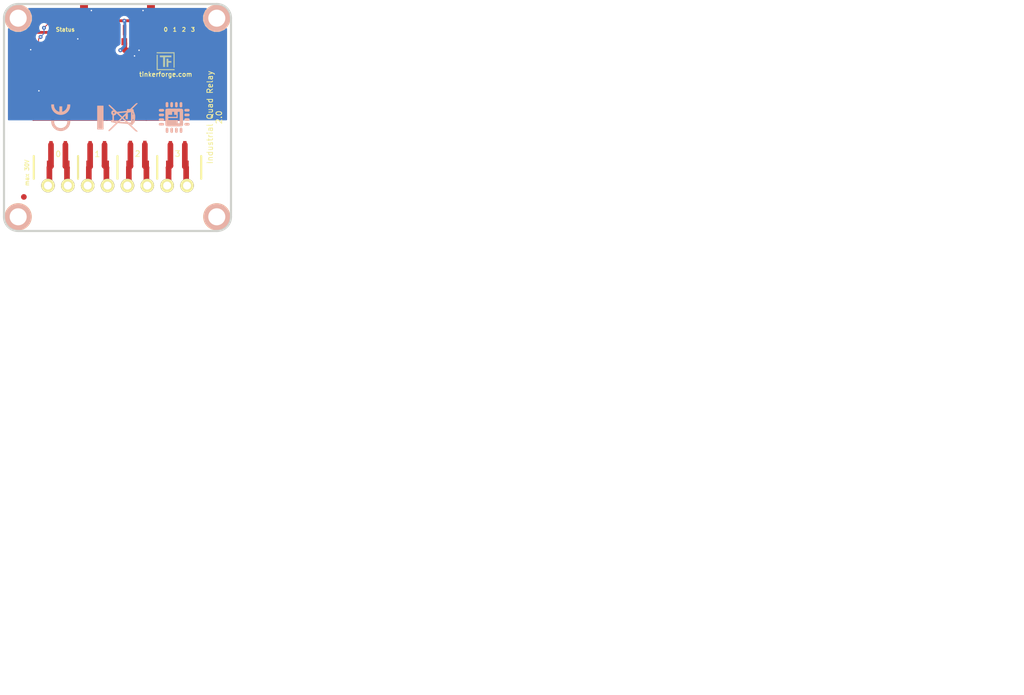
<source format=kicad_pcb>
(kicad_pcb (version 4) (host pcbnew 4.0.7-e2-6376~58~ubuntu17.04.1)
  (title_block (title "Industrial Quad Relay Bricklet") (date 2018-01-12) (rev 2.0) (company "Tinkerforge GmbH") (comment 1 "Licensed under CERN OHL v.1.1") (comment 2 "Copyright (©) 2018, B.Nordmeyer <bastian@tinkerforge.com>"))
  (layers (0 Front signal) (31 Back signal hide) (34 B.Paste user) (35 F.Paste user) (36 B.SilkS user) (37 F.SilkS user) (38 B.Mask user) (39 F.Mask user) (44 Edge.Cuts user))
  (net 0 "")
  (net 1 3V3)
  (net 2 GND)
  (net 3 OUTPUT1)
  (net 4 OUTPUT2)
  (net 5 OUTPUT3)
  (net 6 "Net-(P1-Pad4)")
  (net 7 "Net-(P1-Pad5)")
  (net 8 "Net-(P1-Pad6)")
  (net 9 "Net-(P2-Pad2)")
  (net 10 "Net-(P2-Pad3)")
  (net 11 "Net-(P2-Pad4)")
  (net 12 "Net-(P2-Pad1)")
  (net 13 "Net-(P2-Pad5)")
  (net 14 "Net-(P2-Pad6)")
  (net 15 "Net-(P2-Pad7)")
  (net 16 "Net-(P2-Pad8)")
  (net 17 "Net-(RP1-Pad5)")
  (net 18 "Net-(RP1-Pad6)")
  (net 19 "Net-(RP1-Pad7)")
  (net 20 "Net-(RP1-Pad8)")
  (net 21 "Net-(C2-Pad1)")
  (net 22 "Net-(D1-Pad2)")
  (net 23 "Net-(P3-Pad1)")
  (net 24 "Net-(P4-Pad2)")
  (net 25 "Net-(R5-Pad1)")
  (net 26 S-MISO)
  (net 27 S-MOSI)
  (net 28 S-CLK)
  (net 29 S-CS)
  (net 30 LED0)
  (net 31 LED1)
  (net 32 LED2)
  (net 33 LED3)
  (net 34 OUTPUT0)
  (net 35 "Net-(D2-Pad2)")
  (net 36 "Net-(D3-Pad2)")
  (net 37 "Net-(D4-Pad2)")
  (net 38 "Net-(D5-Pad2)")
  (module CON-SENSOR2 (layer Front) (at 117.80012 38.0492 180)
    (fp_text reference P1)
    (fp_text value CON-SENSOR)
    (pad 1 smd rect (at -3.75 -4.6 180) (size 0.6 1.8) (layers Front F.Paste F.Mask))
    (pad 2 smd rect (at -2.5 -4.6 180) (size 0.6 1.8) (layers Front F.Paste F.Mask) (net 2 GND))
    (pad EP smd rect (at -5.9 -1.2 180) (size 1.4 2.4) (layers Front F.Paste F.Mask) (net 2 GND))
    (pad EP smd rect (at 5.9 -1.2 180) (size 1.4 2.4) (layers Front F.Paste F.Mask) (net 2 GND))
    (pad 3 smd rect (at -1.25 -4.6 180) (size 0.6 1.8) (layers Front F.Paste F.Mask) (net 1 3V3))
    (pad 4 smd rect (at 0 -4.6 180) (size 0.6 1.8) (layers Front F.Paste F.Mask) (net 6 "Net-(P1-Pad4)"))
    (pad 5 smd rect (at 1.25 -4.6 180) (size 0.6 1.8) (layers Front F.Paste F.Mask) (net 7 "Net-(P1-Pad5)"))
    (pad 6 smd rect (at 2.5 -4.6 180) (size 0.6 1.8) (layers Front F.Paste F.Mask) (net 8 "Net-(P1-Pad6)"))
    (pad 7 smd rect (at 3.75 -4.6 180) (size 0.6 1.8) (layers Front F.Paste F.Mask) (net 21 "Net-(C2-Pad1)"))
  )
  (module kicad-libraries:CE_5mm (layer Back) (at 107.8 58.05 90)
    (fp_text reference VAL hide)
    (fp_text value CE_5mm hide)
  )
  (module kicad-libraries:WEEE_7mm (layer Back) (at 117.8 58.05 90)
    (fp_text reference VAL hide)
    (fp_text value WEEE_7mm hide)
  )
  (module kicad-libraries:Logo_31x31 (layer Front) (at 124.7 46.55)
    (fp_text reference G*** hide)
    (fp_text value Logo_31x31 hide)
  )
  (module kicad-libraries:Fiducial_Mark (layer Front) (at 135.8011 44.54906)
    (fp_text reference Fiducial_Mark hide)
    (fp_text value VAL** hide)
    (pad 1 smd circle (at 0 0) (size 1.00076 1.00076) (layers Front F.Paste F.Mask) (clearance 0.65024))
  )
  (module kicad-libraries:Fiducial_Mark (layer Front) (at 101.30028 72.04964)
    (fp_text reference Fiducial_Mark hide)
    (fp_text value VAL** hide)
    (pad 1 smd circle (at 0 0) (size 1.00076 1.00076) (layers Front F.Paste F.Mask) (clearance 0.65024))
  )
  (module C0603F (layer Front) (at 120 46.2)
    (fp_text reference C1)
    (fp_text value 100nF)
    (pad 1 smd rect (at -0.75 0) (size 0.9 0.9) (layers Front F.Paste F.Mask) (net 1 3V3))
    (pad 2 smd rect (at 0.75 0) (size 0.9 0.9) (layers Front F.Paste F.Mask) (net 2 GND))
  )
  (module C0402E (layer Front) (at 112.1 44.2 180)
    (fp_text reference C2)
    (fp_text value 220pF)
    (pad 1 smd rect (at -0.65 0 180) (size 0.7 0.9) (layers Front F.Paste F.Mask) (net 21 "Net-(C2-Pad1)"))
    (pad 2 smd rect (at 0.65 0 180) (size 0.7 0.9) (layers Front F.Paste F.Mask) (net 2 GND))
  )
  (module C0805 (layer Front) (at 120 44.7)
    (fp_text reference C3)
    (fp_text value 10uF)
    (pad 1 smd rect (at -1.00076 0) (size 1.00076 1.24968) (layers Front F.Paste F.Mask) (net 1 3V3) (clearance 0.14986))
    (pad 2 smd rect (at 1.00076 0) (size 1.00076 1.24968) (layers Front F.Paste F.Mask) (net 2 GND) (clearance 0.14986))
  )
  (module C0603F (layer Front) (at 103.3 46.9 90)
    (fp_text reference C4)
    (fp_text value 100nF)
    (pad 1 smd rect (at -0.75 0 90) (size 0.9 0.9) (layers Front F.Paste F.Mask) (net 1 3V3))
    (pad 2 smd rect (at 0.75 0 90) (size 0.9 0.9) (layers Front F.Paste F.Mask) (net 2 GND))
  )
  (module D0603F (layer Front) (at 109.3 40.55 90)
    (fp_text reference D1)
    (fp_text value blue)
    (pad 1 smd rect (at -0.75 0 90) (size 0.9 0.9) (layers Front F.Paste F.Mask) (net 1 3V3))
    (pad 2 smd rect (at 0.75 0 90) (size 0.9 0.9) (layers Front F.Paste F.Mask) (net 22 "Net-(D1-Pad2)"))
  )
  (module OQ_8P (layer Front) (at 117.80012 70.05066)
    (fp_text reference P2)
    (fp_text value "Digital Output")
    (pad 2 thru_hole circle (at -8.7503 0) (size 2.4003 2.4003) (drill 1.39954) (layers *.Cu *.Mask F.SilkS) (net 9 "Net-(P2-Pad2)"))
    (pad 3 thru_hole circle (at -5.25018 0) (size 2.4003 2.4003) (drill 1.39954) (layers *.Cu *.Mask F.SilkS) (net 10 "Net-(P2-Pad3)"))
    (pad 4 thru_hole circle (at -1.75006 0) (size 2.4003 2.4003) (drill 1.39954) (layers *.Cu *.Mask F.SilkS) (net 11 "Net-(P2-Pad4)"))
    (pad 1 thru_hole circle (at -12.25042 0) (size 2.4003 2.4003) (drill 1.39954) (layers *.Cu *.Mask F.SilkS) (net 12 "Net-(P2-Pad1)"))
    (pad 5 thru_hole circle (at 1.75006 0) (size 2.4003 2.4003) (drill 1.39954) (layers *.Cu *.Mask F.SilkS) (net 13 "Net-(P2-Pad5)"))
    (pad 6 thru_hole circle (at 5.25018 0) (size 2.4003 2.4003) (drill 1.39954) (layers *.Cu *.Mask F.SilkS) (net 14 "Net-(P2-Pad6)"))
    (pad 7 thru_hole circle (at 8.7503 0) (size 2.4003 2.4003) (drill 1.39954) (layers *.Cu *.Mask F.SilkS) (net 15 "Net-(P2-Pad7)"))
    (pad 8 thru_hole circle (at 12.25042 0) (size 2.4003 2.4003) (drill 1.39954) (layers *.Cu *.Mask F.SilkS) (net 16 "Net-(P2-Pad8)"))
  )
  (module kicad-libraries:DEBUG_PAD (layer Front) (at 104.35 50.2)
    (fp_text reference P3)
    (fp_text value Debug)
    (pad 1 smd circle (at 0 0) (size 0.7 0.7) (layers Front F.Paste F.Mask) (net 23 "Net-(P3-Pad1)"))
  )
  (module kicad-libraries:SolderJumper (layer Front) (at 103.95 52.1 90)
    (fp_text reference P4)
    (fp_text value Boot)
    (pad 2 smd rect (at 0.55 0 90) (size 0.3 1.4) (layers Front F.Mask) (net 24 "Net-(P4-Pad2)"))
    (pad 2 smd rect (at 0.15 0 90) (size 0.6 0.5) (layers Front F.Mask) (net 24 "Net-(P4-Pad2)"))
    (pad 1 smd rect (at -0.5 0 90) (size 0.4 1.4) (layers Front F.Mask) (net 2 GND))
    (pad 1 smd rect (at -0.225 0.55 90) (size 0.95 0.3) (layers Front F.Mask) (net 2 GND))
    (pad 1 smd rect (at -0.225 -0.55 90) (size 0.95 0.3) (layers Front F.Mask) (net 2 GND))
  )
  (module R1210 (layer Front) (at 107.35056 66.89852)
    (fp_text reference R1)
    (fp_text value VJ13PC0300KBA)
    (pad 1 smd rect (at -1.5494 0) (size 0.89916 2.49936) (layers Front F.Paste F.Mask) (net 12 "Net-(P2-Pad1)") (clearance 0.14986))
    (pad 2 smd rect (at 1.5494 0) (size 0.89916 2.49936) (layers Front F.Paste F.Mask) (net 9 "Net-(P2-Pad2)") (clearance 0.14986))
  )
  (module R1210 (layer Front) (at 114.3 66.89852)
    (fp_text reference R2)
    (fp_text value VJ13PC0300KBA)
    (pad 1 smd rect (at -1.5494 0) (size 0.89916 2.49936) (layers Front F.Paste F.Mask) (net 10 "Net-(P2-Pad3)") (clearance 0.14986))
    (pad 2 smd rect (at 1.5494 0) (size 0.89916 2.49936) (layers Front F.Paste F.Mask) (net 11 "Net-(P2-Pad4)") (clearance 0.14986))
  )
  (module R1210 (layer Front) (at 121.35104 66.89852)
    (fp_text reference R3)
    (fp_text value VJ13PC0300KBA)
    (pad 1 smd rect (at -1.5494 0) (size 0.89916 2.49936) (layers Front F.Paste F.Mask) (net 13 "Net-(P2-Pad5)") (clearance 0.14986))
    (pad 2 smd rect (at 1.5494 0) (size 0.89916 2.49936) (layers Front F.Paste F.Mask) (net 14 "Net-(P2-Pad6)") (clearance 0.14986))
  )
  (module R1210 (layer Front) (at 128.35128 66.89852)
    (fp_text reference R4)
    (fp_text value VJ13PC0300KBA)
    (pad 1 smd rect (at -1.5494 0) (size 0.89916 2.49936) (layers Front F.Paste F.Mask) (net 15 "Net-(P2-Pad7)") (clearance 0.14986))
    (pad 2 smd rect (at 1.5494 0) (size 0.89916 2.49936) (layers Front F.Paste F.Mask) (net 16 "Net-(P2-Pad8)") (clearance 0.14986))
  )
  (module R0603F (layer Front) (at 107.9 40.55 90)
    (fp_text reference R5)
    (fp_text value 1k)
    (pad 1 smd rect (at -0.75 0 90) (size 0.9 0.9) (layers Front F.Paste F.Mask) (net 25 "Net-(R5-Pad1)"))
    (pad 2 smd rect (at 0.75 0 90) (size 0.9 0.9) (layers Front F.Paste F.Mask) (net 22 "Net-(D1-Pad2)"))
  )
  (module 0603X4 (layer Front) (at 111.3 53.05)
    (fp_text reference RP1)
    (fp_text value 1k)
    (pad 1 smd rect (at 1.19888 -0.8509) (size 0.44958 0.89916) (layers Front F.Paste F.Mask) (net 5 OUTPUT3))
    (pad 2 smd rect (at 0.39878 -0.8509) (size 0.44958 0.89916) (layers Front F.Paste F.Mask) (net 4 OUTPUT2))
    (pad 3 smd rect (at -0.39878 -0.8509) (size 0.44958 0.89916) (layers Front F.Paste F.Mask) (net 3 OUTPUT1))
    (pad 4 smd rect (at -1.19888 -0.8509) (size 0.44958 0.89916) (layers Front F.Paste F.Mask) (net 34 OUTPUT0))
    (pad 5 smd rect (at -1.19888 0.8509) (size 0.44958 0.89916) (layers Front F.Paste F.Mask) (net 17 "Net-(RP1-Pad5)"))
    (pad 6 smd rect (at -0.39878 0.8509) (size 0.44958 0.89916) (layers Front F.Paste F.Mask) (net 18 "Net-(RP1-Pad6)"))
    (pad 7 smd rect (at 0.39878 0.8509) (size 0.44958 0.89916) (layers Front F.Paste F.Mask) (net 19 "Net-(RP1-Pad7)"))
    (pad 8 smd rect (at 1.19888 0.8509) (size 0.44958 0.89916) (layers Front F.Paste F.Mask) (net 20 "Net-(RP1-Pad8)"))
  )
  (module kicad-libraries:4X0402 (layer Front) (at 112.2 45.9 90)
    (fp_text reference RP2)
    (fp_text value 82)
    (pad 1 smd rect (at -0.7493 0.575 270) (size 0.29972 0.65) (layers Front F.Paste F.Mask) (net 6 "Net-(P1-Pad4)"))
    (pad 2 smd rect (at -0.24892 0.575 270) (size 0.29972 0.65) (layers Front F.Paste F.Mask) (net 7 "Net-(P1-Pad5)"))
    (pad 3 smd rect (at 0.24892 0.575 270) (size 0.29972 0.65) (layers Front F.Paste F.Mask) (net 8 "Net-(P1-Pad6)"))
    (pad 4 smd rect (at 0.7493 0.575 270) (size 0.29972 0.65) (layers Front F.Paste F.Mask) (net 21 "Net-(C2-Pad1)"))
    (pad 5 smd rect (at 0.7493 -0.575 90) (size 0.29972 0.65) (layers Front F.Paste F.Mask) (net 26 S-MISO))
    (pad 6 smd rect (at 0.24892 -0.575 90) (size 0.29972 0.65) (layers Front F.Paste F.Mask) (net 27 S-MOSI))
    (pad 7 smd rect (at -0.24892 -0.575 90) (size 0.29972 0.65) (layers Front F.Paste F.Mask) (net 28 S-CLK))
    (pad 8 smd rect (at -0.7493 -0.575 90) (size 0.29972 0.65) (layers Front F.Paste F.Mask) (net 29 S-CS))
  )
  (module kicad-libraries:QFN24-4x4mm-0.5mm (layer Front) (at 106.8 46.8 270)
    (fp_text reference U1)
    (fp_text value XMC1XXX24)
    (pad 1 smd oval (at -2.025 -1.25 270) (size 1 0.3) (layers Front F.Paste F.Mask) (net 26 S-MISO))
    (pad 2 smd oval (at -2.025 -0.75 270) (size 1 0.3) (layers Front F.Paste F.Mask))
    (pad 3 smd oval (at -2.025 -0.25 270) (size 1 0.3) (layers Front F.Paste F.Mask))
    (pad 4 smd oval (at -2.025 0.25 270) (size 1 0.3) (layers Front F.Paste F.Mask))
    (pad 5 smd oval (at -2.025 0.75 270) (size 1 0.3) (layers Front F.Paste F.Mask))
    (pad 6 smd oval (at -2.025 1.25 270) (size 1 0.3) (layers Front F.Paste F.Mask))
    (pad 7 smd oval (at -1.25 2.025) (size 1 0.3) (layers Front F.Paste F.Mask) (net 25 "Net-(R5-Pad1)"))
    (pad 8 smd oval (at -0.75 2.025) (size 1 0.3) (layers Front F.Paste F.Mask))
    (pad 9 smd oval (at -0.25 2.025) (size 1 0.3) (layers Front F.Paste F.Mask) (net 2 GND))
    (pad 10 smd oval (at 0.25 2.025) (size 1 0.3) (layers Front F.Paste F.Mask) (net 1 3V3))
    (pad 11 smd oval (at 0.75 2.025) (size 1 0.3) (layers Front F.Paste F.Mask))
    (pad 12 smd oval (at 1.25 2.025) (size 1 0.3) (layers Front F.Paste F.Mask) (net 24 "Net-(P4-Pad2)"))
    (pad 13 smd oval (at 2.025 1.25 270) (size 1 0.3) (layers Front F.Paste F.Mask) (net 23 "Net-(P3-Pad1)"))
    (pad 14 smd oval (at 2.025 0.75 270) (size 1 0.3) (layers Front F.Paste F.Mask) (net 34 OUTPUT0))
    (pad 15 smd oval (at 2.025 0.25 270) (size 1 0.3) (layers Front F.Paste F.Mask) (net 3 OUTPUT1))
    (pad 16 smd oval (at 2.025 -0.25 270) (size 1 0.3) (layers Front F.Paste F.Mask) (net 4 OUTPUT2))
    (pad 17 smd oval (at 2.025 -0.75 270) (size 1 0.3) (layers Front F.Paste F.Mask) (net 5 OUTPUT3))
    (pad 18 smd oval (at 2.025 -1.25 270) (size 1 0.3) (layers Front F.Paste F.Mask) (net 33 LED3))
    (pad 19 smd oval (at 1.25 -2.025) (size 1 0.3) (layers Front F.Paste F.Mask) (net 32 LED2))
    (pad 20 smd oval (at 0.75 -2.025) (size 1 0.3) (layers Front F.Paste F.Mask) (net 31 LED1))
    (pad 21 smd oval (at 0.25 -2.025) (size 1 0.3) (layers Front F.Paste F.Mask) (net 30 LED0))
    (pad 22 smd oval (at -0.25 -2.025) (size 1 0.3) (layers Front F.Paste F.Mask) (net 29 S-CS))
    (pad 23 smd oval (at -0.75 -2.025) (size 1 0.3) (layers Front F.Paste F.Mask) (net 28 S-CLK))
    (pad 24 smd oval (at -1.25 -2.025) (size 1 0.3) (layers Front F.Paste F.Mask) (net 27 S-MOSI))
    (pad EXP smd rect (at 0.65 0.65 270) (size 1.3 1.3) (layers Front F.Paste F.Mask) (net 2 GND))
    (pad EXP smd rect (at 0.65 -0.65 270) (size 1.3 1.3) (layers Front F.Paste F.Mask) (net 2 GND))
    (pad EXP smd rect (at -0.65 0.65 270) (size 1.3 1.3) (layers Front F.Paste F.Mask) (net 2 GND))
    (pad EXP smd rect (at -0.65 -0.65 270) (size 1.3 1.3) (layers Front F.Paste F.Mask) (net 2 GND))
  )
  (module SOP4-WIDE (layer Front) (at 107.35056 60.04814)
    (fp_text reference U2)
    (fp_text value CPC1020N)
    (pad 1 smd rect (at 1.27 -3.15) (size 0.59944 2) (layers Front F.Paste F.Mask) (net 1 3V3))
    (pad 2 smd rect (at -1.27 -3.15) (size 0.59944 2) (layers Front F.Paste F.Mask) (net 17 "Net-(RP1-Pad5)"))
    (pad 3 smd rect (at -1.27 3.15) (size 0.59944 2) (layers Front F.Paste F.Mask) (net 12 "Net-(P2-Pad1)"))
    (pad 4 smd rect (at 1.27 3.15) (size 0.59944 2) (layers Front F.Paste F.Mask) (net 9 "Net-(P2-Pad2)"))
  )
  (module SOP4-WIDE (layer Front) (at 114.2492 60.04814)
    (fp_text reference U3)
    (fp_text value CPC1020N)
    (pad 1 smd rect (at 1.27 -3.15) (size 0.59944 2) (layers Front F.Paste F.Mask) (net 1 3V3))
    (pad 2 smd rect (at -1.27 -3.15) (size 0.59944 2) (layers Front F.Paste F.Mask) (net 18 "Net-(RP1-Pad6)"))
    (pad 3 smd rect (at -1.27 3.15) (size 0.59944 2) (layers Front F.Paste F.Mask) (net 10 "Net-(P2-Pad3)"))
    (pad 4 smd rect (at 1.27 3.15) (size 0.59944 2) (layers Front F.Paste F.Mask) (net 11 "Net-(P2-Pad4)"))
  )
  (module SOP4-WIDE (layer Front) (at 121.35104 59.99988)
    (fp_text reference U4)
    (fp_text value CPC1020N)
    (pad 1 smd rect (at 1.27 -3.15) (size 0.59944 2) (layers Front F.Paste F.Mask) (net 1 3V3))
    (pad 2 smd rect (at -1.27 -3.15) (size 0.59944 2) (layers Front F.Paste F.Mask) (net 19 "Net-(RP1-Pad7)"))
    (pad 3 smd rect (at -1.27 3.15) (size 0.59944 2) (layers Front F.Paste F.Mask) (net 13 "Net-(P2-Pad5)"))
    (pad 4 smd rect (at 1.27 3.15) (size 0.59944 2) (layers Front F.Paste F.Mask) (net 14 "Net-(P2-Pad6)"))
  )
  (module SOP4-WIDE (layer Front) (at 128.39954 60.04814)
    (fp_text reference U5)
    (fp_text value CPC1020N)
    (pad 1 smd rect (at 1.27 -3.15) (size 0.59944 2) (layers Front F.Paste F.Mask) (net 1 3V3))
    (pad 2 smd rect (at -1.27 -3.15) (size 0.59944 2) (layers Front F.Paste F.Mask) (net 20 "Net-(RP1-Pad8)"))
    (pad 3 smd rect (at -1.27 3.15) (size 0.59944 2) (layers Front F.Paste F.Mask) (net 15 "Net-(P2-Pad7)"))
    (pad 4 smd rect (at 1.27 3.15) (size 0.59944 2) (layers Front F.Paste F.Mask) (net 16 "Net-(P2-Pad8)"))
  )
  (module DRILL_NP (layer Front) (at 100.29952 75.54976)
    (fp_text reference U6 hide)
    (fp_text value DRILL hide)
    (pad "" np_thru_hole circle (at 0 0) (size 2.99974 2.99974) (drill 2.99974) (layers *.Cu *.Mask F.SilkS) (clearance 0.89916))
  )
  (module DRILL_NP (layer Front) (at 100.29952 40.54856)
    (fp_text reference U7 hide)
    (fp_text value DRILL hide)
    (pad "" np_thru_hole circle (at 0 0) (size 2.99974 2.99974) (drill 2.99974) (layers *.Cu *.Mask F.SilkS) (clearance 0.89916))
  )
  (module DRILL_NP (layer Front) (at 135.30072 40.54856)
    (fp_text reference U8 hide)
    (fp_text value DRILL hide)
    (pad "" np_thru_hole circle (at 0 0) (size 2.99974 2.99974) (drill 2.99974) (layers *.Cu *.Mask F.SilkS) (clearance 0.89916))
  )
  (module DRILL_NP (layer Front) (at 135.30072 75.54976)
    (fp_text reference U9 hide)
    (fp_text value DRILL hide)
    (pad "" np_thru_hole circle (at 0 0) (size 2.99974 2.99974) (drill 2.99974) (layers *.Cu *.Mask F.SilkS) (clearance 0.89916))
  )
  (module kicad-libraries:Logo_CoMCU (layer Back) (at 127.8 58.05 90)
    (fp_text reference G*** hide)
    (fp_text value LOGO hide)
  )
  (module D0603F (layer Front) (at 126.3 40.55 270)
    (fp_text reference D2)
    (fp_text value blue)
    (pad 1 smd rect (at -0.75 0 270) (size 0.9 0.9) (layers Front F.Paste F.Mask) (net 1 3V3))
    (pad 2 smd rect (at 0.75 0 270) (size 0.9 0.9) (layers Front F.Paste F.Mask) (net 35 "Net-(D2-Pad2)"))
  )
  (module D0603F (layer Front) (at 127.9 40.55 270)
    (fp_text reference D3)
    (fp_text value blue)
    (pad 1 smd rect (at -0.75 0 270) (size 0.9 0.9) (layers Front F.Paste F.Mask) (net 1 3V3))
    (pad 2 smd rect (at 0.75 0 270) (size 0.9 0.9) (layers Front F.Paste F.Mask) (net 36 "Net-(D3-Pad2)"))
  )
  (module D0603F (layer Front) (at 129.5 40.55 270)
    (fp_text reference D4)
    (fp_text value blue)
    (pad 1 smd rect (at -0.75 0 270) (size 0.9 0.9) (layers Front F.Paste F.Mask) (net 1 3V3))
    (pad 2 smd rect (at 0.75 0 270) (size 0.9 0.9) (layers Front F.Paste F.Mask) (net 37 "Net-(D4-Pad2)"))
  )
  (module D0603F (layer Front) (at 131.1 40.55 270)
    (fp_text reference D5)
    (fp_text value blue)
    (pad 1 smd rect (at -0.75 0 270) (size 0.9 0.9) (layers Front F.Paste F.Mask) (net 1 3V3))
    (pad 2 smd rect (at 0.75 0 270) (size 0.9 0.9) (layers Front F.Paste F.Mask) (net 38 "Net-(D5-Pad2)"))
  )
  (module 0603X4 (layer Front) (at 115.6 49.05 90)
    (fp_text reference RP3)
    (fp_text value 1k)
    (pad 1 smd rect (at 1.19888 -0.8509 90) (size 0.44958 0.89916) (layers Front F.Paste F.Mask) (net 30 LED0))
    (pad 2 smd rect (at 0.39878 -0.8509 90) (size 0.44958 0.89916) (layers Front F.Paste F.Mask) (net 31 LED1))
    (pad 3 smd rect (at -0.39878 -0.8509 90) (size 0.44958 0.89916) (layers Front F.Paste F.Mask) (net 32 LED2))
    (pad 4 smd rect (at -1.19888 -0.8509 90) (size 0.44958 0.89916) (layers Front F.Paste F.Mask) (net 33 LED3))
    (pad 5 smd rect (at -1.19888 0.8509 90) (size 0.44958 0.89916) (layers Front F.Paste F.Mask) (net 38 "Net-(D5-Pad2)"))
    (pad 6 smd rect (at -0.39878 0.8509 90) (size 0.44958 0.89916) (layers Front F.Paste F.Mask) (net 37 "Net-(D4-Pad2)"))
    (pad 7 smd rect (at 0.39878 0.8509 90) (size 0.44958 0.89916) (layers Front F.Paste F.Mask) (net 36 "Net-(D3-Pad2)"))
    (pad 8 smd rect (at 1.19888 0.8509 90) (size 0.44958 0.89916) (layers Front F.Paste F.Mask) (net 35 "Net-(D2-Pad2)"))
  )
  (gr_text 3 (at 131.1 42.55) (layer F.SilkS) (effects (font (size 0.70104 0.70104) (thickness 0.14986))))
  (gr_text 2 (at 129.5 42.55) (layer F.SilkS) (effects (font (size 0.70104 0.70104) (thickness 0.14986))))
  (gr_text 1 (at 127.9 42.55) (layer F.SilkS) (effects (font (size 0.70104 0.70104) (thickness 0.14986))))
  (gr_text 0 (at 126.3 42.55) (layer F.SilkS) (effects (font (size 0.70104 0.70104) (thickness 0.14986))))
  (gr_text Status (at 108.6 42.55) (layer F.SilkS) (effects (font (size 0.70104 0.70104) (thickness 0.14986))))
  (gr_text "max 30V" (at 101.84892 67.80022 90) (layer F.SilkS) (effects (font (size 0.70104 0.70104) (thickness 0.14986))))
  (gr_line (start 132.5499 68.84924) (end 132.5499 64.84874) (angle 90) (layer F.SilkS) (width 0.381))
  (gr_line (start 124.80036 68.84924) (end 124.80036 64.84874) (angle 90) (layer F.SilkS) (width 0.381))
  (gr_line (start 117.80012 68.84924) (end 117.80012 64.84874) (angle 90) (layer F.SilkS) (width 0.381))
  (gr_line (start 110.85068 68.84924) (end 110.85068 64.84874) (angle 90) (layer F.SilkS) (width 0.381))
  (gr_line (start 103.05034 68.84924) (end 103.05034 64.84874) (angle 90) (layer F.SilkS) (width 0.381))
  (gr_text 3 (at 128.39954 64.44996) (layer F.SilkS) (effects (font (size 1.00076 1.00076) (thickness 0.14986))))
  (gr_text 2 (at 121.35104 64.44996) (layer F.SilkS) (effects (font (size 1.00076 1.00076) (thickness 0.14986))))
  (gr_text 1 (at 114.2492 64.49822) (layer F.SilkS) (effects (font (size 1.00076 1.00076) (thickness 0.14986))))
  (gr_text 0 (at 107.35056 64.49822) (layer F.SilkS) (effects (font (size 1.00076 1.00076) (thickness 0.14986))))
  (gr_text "Industrial Quad Relay\n2.0" (at 134.9 58.025 90) (layer F.SilkS) (effects (font (size 1 1))))
  (gr_text tinkerforge.com (at 126.3 50.45) (layer F.SilkS) (effects (font (size 0.8001 0.8001) (thickness 0.14986))))
  (gr_arc (start 100.29952 40.5511) (end 97.80016 40.5511) (angle 90) (layer Edge.Cuts) (width 0.381))
  (gr_arc (start 100.29952 75.54976) (end 100.29952 78.04912) (angle 90) (layer Edge.Cuts) (width 0.381))
  (gr_arc (start 135.29818 75.54976) (end 137.80008 75.54976) (angle 90) (layer Edge.Cuts) (width 0.381))
  (gr_arc (start 135.29818 40.5511) (end 135.29818 38.0492) (angle 90) (layer Edge.Cuts) (width 0.381))
  (gr_line (start 97.80016 40.5511) (end 97.80016 75.54976) (angle 90) (layer Edge.Cuts) (width 0.381))
  (gr_line (start 135.30072 38.0492) (end 100.29952 38.0492) (angle 90) (layer Edge.Cuts) (width 0.381))
  (gr_line (start 137.80262 75.54976) (end 137.80262 40.5511) (angle 90) (layer Edge.Cuts) (width 0.381))
  (gr_line (start 100.29952 78.04912) (end 135.30072 78.04912) (angle 90) (layer Edge.Cuts) (width 0.381))
  (segment (start 126.3 39.8) (end 125.75 39.8) (width 0.50038) (layer Front) (net 1))
  (segment (start 119 41) (end 119 41) (width 0.50038) (layer Front) (net 1))
  (segment (start 124.55 41) (end 119 41) (width 0.50038) (layer Front) (net 1))
  (segment (start 125.75 39.8) (end 124.55 41) (width 0.50038) (layer Front) (net 1))
  (segment (start 127.9 39.8) (end 126.3 39.8) (width 0.50038) (layer Front) (net 1))
  (segment (start 129.5 39.8) (end 127.9 39.8) (width 0.50038) (layer Front) (net 1))
  (segment (start 131.1 39.8) (end 129.5 39.8) (width 0.50038) (layer Front) (net 1))
  (segment (start 103.3 47.65) (end 102.1 47.65) (width 0.29972) (layer Front) (net 1))
  (segment (start 102.1 47.65) (end 101.6 47.15) (width 0.29972) (layer Front) (net 1))
  (segment (start 109.3 41.3) (end 109.3 42.65) (width 0.29972) (layer Front) (net 1))
  (segment (start 109.3 42.65) (end 109.7 43.05) (width 0.29972) (layer Front) (net 1))
  (segment (start 119 41) (end 113.35 41) (width 0.50038) (layer Front) (net 1))
  (segment (start 113.35 41) (end 111.3 43.05) (width 0.50038) (layer Front) (net 1))
  (segment (start 111.3 43.05) (end 109.7 43.05) (width 0.50038) (layer Front) (net 1))
  (segment (start 102.65 43.05) (end 101.6 44.1) (width 0.50038) (layer Front) (net 1))
  (segment (start 101.6 44.1) (end 101.6 47.15) (width 0.50038) (layer Front) (net 1))
  (segment (start 109.7 43.05) (end 102.65 43.05) (width 0.50038) (layer Front) (net 1))
  (segment (start 119.25 46.2) (end 118.3 46.2) (width 0.50038) (layer Front) (net 1))
  (via (at 119 41) (size 0.70104) (drill 0.24892) (layers Front Back) (net 1))
  (segment (start 119 41) (end 119.1 41.1) (width 0.50038) (layer Back) (net 1))
  (segment (start 119.1 41.1) (end 119.1 45.4) (width 0.50038) (layer Back) (net 1))
  (segment (start 119.1 45.4) (end 118.3 46.2) (width 0.50038) (layer Back) (net 1))
  (via (at 118.3 46.2) (size 0.70104) (drill 0.24892) (layers Front Back) (net 1))
  (segment (start 102.975 58.375) (end 108.875 58.375) (width 0.50038) (layer Front) (net 1))
  (segment (start 101.6 47.15) (end 101.6 57) (width 0.50038) (layer Front) (net 1))
  (segment (start 101.6 57) (end 102.975 58.375) (width 0.50038) (layer Front) (net 1))
  (segment (start 119.05012 42.6492) (end 119.05012 44.64912) (width 0.50038) (layer Front) (net 1))
  (segment (start 119.05012 44.64912) (end 118.99924 44.7) (width 0.50038) (layer Front) (net 1))
  (segment (start 119.25 46.2) (end 119.25 44.95076) (width 0.50038) (layer Front) (net 1))
  (segment (start 119.25 44.95076) (end 118.99924 44.7) (width 0.50038) (layer Front) (net 1))
  (segment (start 104.775 47.05) (end 104.15 47.05) (width 0.29972) (layer Front) (net 1))
  (segment (start 104.15 47.05) (end 103.55 47.65) (width 0.29972) (layer Front) (net 1))
  (segment (start 103.55 47.65) (end 103.3 47.65) (width 0.29972) (layer Front) (net 1))
  (segment (start 129.05 58.375) (end 129.225 58.375) (width 0.50038) (layer Front) (net 1))
  (segment (start 129.05 58.375) (end 122.875 58.375) (width 0.50038) (layer Front) (net 1))
  (segment (start 129.225 58.375) (end 129.66954 57.93046) (width 0.50038) (layer Front) (net 1))
  (segment (start 129.66954 57.93046) (end 129.66954 56.89814) (width 0.29972) (layer Front) (net 1))
  (segment (start 115.925 58.375) (end 108.875 58.375) (width 0.50038) (layer Front) (net 1))
  (segment (start 108.62056 58.12056) (end 108.62056 56.89814) (width 0.29972) (layer Front) (net 1))
  (segment (start 108.875 58.375) (end 108.62056 58.12056) (width 0.29972) (layer Front) (net 1))
  (segment (start 122.875 58.375) (end 115.925 58.375) (width 0.50038) (layer Front) (net 1))
  (segment (start 115.5192 57.9692) (end 115.5192 56.89814) (width 0.29972) (layer Front) (net 1))
  (segment (start 115.925 58.375) (end 115.5192 57.9692) (width 0.29972) (layer Front) (net 1))
  (segment (start 122.62104 58.12104) (end 122.62104 56.84988) (width 0.29972) (layer Front) (net 1))
  (segment (start 122.875 58.375) (end 122.62104 58.12104) (width 0.29972) (layer Front) (net 1))
  (segment (start 103.95 52.6) (end 103.4 52.6) (width 0.14986) (layer Front) (net 2))
  (segment (start 103.4 52.6) (end 103.4 52.3) (width 0.14986) (layer Front) (net 2))
  (segment (start 103.4 52.3) (end 103.4 52.325) (width 0.14986) (layer Front) (net 2))
  (segment (start 104.5 52.325) (end 104.5 52.6) (width 0.14986) (layer Front) (net 2))
  (segment (start 104.5 52.6) (end 103.95 52.6) (width 0.14986) (layer Front) (net 2))
  (segment (start 103.95 52.6) (end 103.95 53.35) (width 0.14986) (layer Front) (net 2))
  (via (at 103.95 53.35) (size 0.70104) (drill 0.24892) (layers Front Back) (net 2))
  (segment (start 103.3 46.15) (end 102.55 46.15) (width 0.50038) (layer Front) (net 2))
  (via (at 102.5 46.1) (size 0.70104) (drill 0.24892) (layers Front Back) (net 2))
  (segment (start 102.55 46.15) (end 102.5 46.1) (width 0.50038) (layer Front) (net 2))
  (segment (start 111.45 44.2) (end 110.8 44.2) (width 0.50038) (layer Front) (net 2))
  (via (at 110.8 44.2) (size 0.70104) (drill 0.24892) (layers Front Back) (net 2))
  (segment (start 120.75 46.2) (end 120.75 47.15) (width 0.50038) (layer Front) (net 2))
  (via (at 120.8 47.2) (size 0.70104) (drill 0.24892) (layers Front Back) (net 2))
  (segment (start 120.75 47.15) (end 120.8 47.2) (width 0.50038) (layer Front) (net 2))
  (segment (start 120.75 46.2) (end 121.6 46.2) (width 0.50038) (layer Front) (net 2))
  (via (at 121.6 46.2) (size 0.70104) (drill 0.24892) (layers Front Back) (net 2))
  (segment (start 121.00076 44.7) (end 121.00076 45.39924) (width 0.50038) (layer Front) (net 2))
  (segment (start 120.75 45.65) (end 120.75 46.2) (width 0.50038) (layer Front) (net 2))
  (segment (start 121.00076 45.39924) (end 120.75 45.65) (width 0.50038) (layer Front) (net 2))
  (segment (start 120.30012 42.6492) (end 120.30012 43.40012) (width 0.50038) (layer Front) (net 2))
  (segment (start 120.30012 43.40012) (end 121.00076 44.10076) (width 0.50038) (layer Front) (net 2))
  (segment (start 121.00076 44.10076) (end 121.00076 44.7) (width 0.50038) (layer Front) (net 2))
  (segment (start 113.20018 39.19982) (end 106.85018 39.19982) (width 0.29972) (layer Back) (net 2))
  (segment (start 106.85018 39.19982) (end 105.15092 40.89908) (width 0.29972) (layer Back) (net 2))
  (segment (start 106.15 47.45) (end 107.45 47.45) (width 0.29972) (layer Front) (net 2))
  (segment (start 106.15 46.15) (end 106.15 47.45) (width 0.29972) (layer Front) (net 2))
  (segment (start 106.15 46.15) (end 107.45 46.15) (width 0.29972) (layer Front) (net 2))
  (segment (start 104.775 46.55) (end 105.75 46.55) (width 0.29972) (layer Front) (net 2))
  (segment (start 105.75 46.55) (end 106.15 46.15) (width 0.29972) (layer Front) (net 2))
  (segment (start 104.775 46.55) (end 104.05 46.55) (width 0.29972) (layer Front) (net 2))
  (segment (start 104.05 46.55) (end 103.65 46.15) (width 0.29972) (layer Front) (net 2))
  (segment (start 103.65 46.15) (end 103.3 46.15) (width 0.29972) (layer Front) (net 2))
  (via (at 122.301 39.19982) (size 0.70104) (layers Front Back) (net 2))
  (segment (start 123.59894 39.19982) (end 122.301 39.19982) (width 0.29972) (layer Front) (net 2))
  (segment (start 113.20018 39.19982) (end 122.301 39.19982) (width 0.29972) (layer Back) (net 2))
  (via (at 113.20018 39.19982) (size 0.70104) (layers Front Back) (net 2))
  (segment (start 112.0013 39.19982) (end 113.20018 39.19982) (width 0.29972) (layer Front) (net 2))
  (segment (start 106.55 48.825) (end 106.55 50.15) (width 0.29972) (layer Front) (net 3))
  (segment (start 110.90122 51.55122) (end 110.90122 52.1991) (width 0.29972) (layer Front) (net 3))
  (segment (start 110.35 51) (end 110.90122 51.55122) (width 0.29972) (layer Front) (net 3))
  (segment (start 107.4 51) (end 110.35 51) (width 0.29972) (layer Front) (net 3))
  (segment (start 106.55 50.15) (end 107.4 51) (width 0.29972) (layer Front) (net 3))
  (segment (start 107.05 48.825) (end 107.05 49.75) (width 0.29972) (layer Front) (net 4))
  (segment (start 111.69878 51.29878) (end 111.69878 52.1991) (width 0.29972) (layer Front) (net 4))
  (segment (start 110.85 50.45) (end 111.69878 51.29878) (width 0.29972) (layer Front) (net 4))
  (segment (start 107.75 50.45) (end 110.85 50.45) (width 0.29972) (layer Front) (net 4))
  (segment (start 107.05 49.75) (end 107.75 50.45) (width 0.29972) (layer Front) (net 4))
  (segment (start 107.55 48.825) (end 107.55 49.5) (width 0.29972) (layer Front) (net 5))
  (segment (start 112.49888 50.94888) (end 112.49888 52.1991) (width 0.29972) (layer Front) (net 5))
  (segment (start 111.45 49.9) (end 112.49888 50.94888) (width 0.29972) (layer Front) (net 5))
  (segment (start 107.95 49.9) (end 111.45 49.9) (width 0.29972) (layer Front) (net 5))
  (segment (start 107.55 49.5) (end 107.95 49.9) (width 0.29972) (layer Front) (net 5))
  (segment (start 117.80012 42.6492) (end 117.80012 44.09988) (width 0.14986) (layer Front) (net 6))
  (segment (start 115.2507 46.6493) (end 112.775 46.6493) (width 0.14986) (layer Front) (net 6))
  (segment (start 117.80012 44.09988) (end 115.2507 46.6493) (width 0.14986) (layer Front) (net 6))
  (segment (start 112.775 46.14892) (end 114.75108 46.14892) (width 0.14986) (layer Front) (net 7))
  (segment (start 116.55012 44.34988) (end 116.55012 42.6492) (width 0.14986) (layer Front) (net 7))
  (segment (start 114.75108 46.14892) (end 116.55012 44.34988) (width 0.14986) (layer Front) (net 7))
  (segment (start 112.775 45.65108) (end 114.14892 45.65108) (width 0.14986) (layer Front) (net 8))
  (segment (start 115.30012 44.49988) (end 115.30012 42.6492) (width 0.14986) (layer Front) (net 8))
  (segment (start 114.14892 45.65108) (end 115.30012 44.49988) (width 0.14986) (layer Front) (net 8))
  (segment (start 108.62056 66.61912) (end 108.89996 66.89852) (width 1.00076) (layer Front) (net 9))
  (segment (start 108.62056 62.84722) (end 108.62056 66.61912) (width 1.00076) (layer Front) (net 9))
  (segment (start 108.89996 69.9008) (end 109.04982 70.05066) (width 1.00076) (layer Front) (net 9))
  (segment (start 108.89996 66.89852) (end 108.89996 69.9008) (width 1.00076) (layer Front) (net 9))
  (segment (start 112.9792 66.66992) (end 112.7506 66.89852) (width 1.00076) (layer Front) (net 10))
  (segment (start 112.9792 62.84722) (end 112.9792 66.66992) (width 1.00076) (layer Front) (net 10))
  (segment (start 112.7506 69.85) (end 112.54994 70.05066) (width 1.00076) (layer Front) (net 10))
  (segment (start 112.7506 66.89852) (end 112.7506 69.85) (width 1.00076) (layer Front) (net 10))
  (segment (start 115.8494 69.85) (end 116.05006 70.05066) (width 1.00076) (layer Front) (net 11))
  (segment (start 115.8494 66.89852) (end 115.8494 69.85) (width 1.00076) (layer Front) (net 11))
  (segment (start 115.5192 66.56832) (end 115.8494 66.89852) (width 1.00076) (layer Front) (net 11))
  (segment (start 115.5192 62.84722) (end 115.5192 66.56832) (width 1.00076) (layer Front) (net 11))
  (segment (start 106.08056 66.61912) (end 105.80116 66.89852) (width 1.00076) (layer Front) (net 12))
  (segment (start 106.08056 62.84722) (end 106.08056 66.61912) (width 1.00076) (layer Front) (net 12))
  (segment (start 105.80116 69.7992) (end 105.5497 70.05066) (width 1.00076) (layer Front) (net 12))
  (segment (start 105.80116 66.89852) (end 105.80116 69.7992) (width 1.00076) (layer Front) (net 12))
  (segment (start 119.80164 66.89852) (end 119.80164 69.7992) (width 1.00076) (layer Front) (net 13))
  (segment (start 119.80164 69.7992) (end 119.55018 70.05066) (width 1.00076) (layer Front) (net 13))
  (segment (start 120.08104 62.79896) (end 120.08104 66.61912) (width 1.00076) (layer Front) (net 13))
  (segment (start 120.08104 66.61912) (end 119.80164 66.89852) (width 1.00076) (layer Front) (net 13))
  (segment (start 122.90044 66.89852) (end 122.90044 69.9008) (width 1.00076) (layer Front) (net 14))
  (segment (start 122.90044 69.9008) (end 123.0503 70.05066) (width 1.00076) (layer Front) (net 14))
  (segment (start 122.62104 62.79896) (end 122.62104 66.61912) (width 1.00076) (layer Front) (net 14))
  (segment (start 122.62104 66.61912) (end 122.90044 66.89852) (width 1.00076) (layer Front) (net 14))
  (segment (start 127.12954 66.57086) (end 126.80188 66.89852) (width 1.00076) (layer Front) (net 15))
  (segment (start 127.12954 62.84722) (end 127.12954 66.57086) (width 1.00076) (layer Front) (net 15))
  (segment (start 126.80188 69.7992) (end 126.55042 70.05066) (width 1.00076) (layer Front) (net 15))
  (segment (start 126.80188 66.89852) (end 126.80188 69.7992) (width 1.00076) (layer Front) (net 15))
  (segment (start 129.66954 66.66738) (end 129.90068 66.89852) (width 1.00076) (layer Front) (net 16))
  (segment (start 129.66954 62.84722) (end 129.66954 66.66738) (width 1.00076) (layer Front) (net 16))
  (segment (start 129.90068 69.9008) (end 130.05054 70.05066) (width 1.00076) (layer Front) (net 16))
  (segment (start 129.90068 66.89852) (end 129.90068 69.9008) (width 1.00076) (layer Front) (net 16))
  (segment (start 106.08056 56.89814) (end 106.08056 55.86944) (width 0.29972) (layer Front) (net 17))
  (segment (start 110.10112 54.44888) (end 110.10112 53.9009) (width 0.29972) (layer Front) (net 17))
  (segment (start 109.35 55.2) (end 110.10112 54.44888) (width 0.29972) (layer Front) (net 17))
  (segment (start 106.75 55.2) (end 109.35 55.2) (width 0.29972) (layer Front) (net 17))
  (segment (start 106.08056 55.86944) (end 106.75 55.2) (width 0.29972) (layer Front) (net 17))
  (segment (start 110.90122 53.9009) (end 110.90122 54.80122) (width 0.29972) (layer Front) (net 18))
  (segment (start 112.7 55.7) (end 112.9792 55.9792) (width 0.29972) (layer Front) (net 18))
  (segment (start 111.8 55.7) (end 112.7 55.7) (width 0.29972) (layer Front) (net 18))
  (segment (start 110.90122 54.80122) (end 111.8 55.7) (width 0.29972) (layer Front) (net 18))
  (segment (start 112.9792 55.9792) (end 112.9792 56.89814) (width 0.29972) (layer Front) (net 18))
  (segment (start 111.69878 53.9009) (end 111.69878 54.44878) (width 0.29972) (layer Front) (net 19))
  (segment (start 120.08104 55.83104) (end 120.08104 56.84988) (width 0.29972) (layer Front) (net 19))
  (segment (start 119.4 55.15) (end 120.08104 55.83104) (width 0.29972) (layer Front) (net 19))
  (segment (start 112.4 55.15) (end 119.4 55.15) (width 0.29972) (layer Front) (net 19))
  (segment (start 111.69878 54.44878) (end 112.4 55.15) (width 0.29972) (layer Front) (net 19))
  (segment (start 112.49888 53.9009) (end 112.49888 54.34888) (width 0.29972) (layer Front) (net 20))
  (segment (start 112.49888 54.34888) (end 112.7 54.55) (width 0.29972) (layer Front) (net 20))
  (segment (start 112.7 54.55) (end 125.9 54.55) (width 0.29972) (layer Front) (net 20))
  (segment (start 125.9 54.55) (end 127.12954 55.77954) (width 0.29972) (layer Front) (net 20))
  (segment (start 127.12954 55.77954) (end 127.12954 56.89814) (width 0.29972) (layer Front) (net 20))
  (segment (start 112.75 44.2) (end 113.6 44.2) (width 0.14986) (layer Front) (net 21))
  (segment (start 114.05012 43.74988) (end 114.05012 42.6492) (width 0.14986) (layer Front) (net 21))
  (segment (start 113.6 44.2) (end 114.05012 43.74988) (width 0.14986) (layer Front) (net 21))
  (segment (start 112.775 45.1507) (end 112.775 44.225) (width 0.14986) (layer Front) (net 21))
  (segment (start 112.775 44.225) (end 112.75 44.2) (width 0.14986) (layer Front) (net 21))
  (segment (start 107.9 39.8) (end 109.3 39.8) (width 0.29972) (layer Front) (net 22))
  (segment (start 105.55 48.825) (end 105.55 49.4) (width 0.14986) (layer Front) (net 23))
  (segment (start 104.75 50.2) (end 104.35 50.2) (width 0.14986) (layer Front) (net 23))
  (segment (start 105.55 49.4) (end 104.75 50.2) (width 0.14986) (layer Front) (net 23))
  (segment (start 103.95 51.55) (end 103.95 51.05) (width 0.14986) (layer Front) (net 24))
  (segment (start 104.25 48.05) (end 104.775 48.05) (width 0.14986) (layer Front) (net 24))
  (segment (start 103.45 48.85) (end 104.25 48.05) (width 0.14986) (layer Front) (net 24))
  (segment (start 103.45 50.55) (end 103.45 48.85) (width 0.14986) (layer Front) (net 24))
  (segment (start 103.95 51.05) (end 103.45 50.55) (width 0.14986) (layer Front) (net 24))
  (segment (start 103.95 51.95) (end 103.95 51.55) (width 0.14986) (layer Front) (net 24))
  (segment (start 104.775 48.05) (end 104.45 48.05) (width 0.29972) (layer Front) (net 24))
  (segment (start 104.775 45.55) (end 104.3 45.55) (width 0.14986) (layer Front) (net 25))
  (segment (start 104.3 45.55) (end 103.9 45.15) (width 0.14986) (layer Front) (net 25))
  (segment (start 103.9 45.15) (end 103.9 44.2) (width 0.14986) (layer Front) (net 25))
  (segment (start 103.9 44.2) (end 104.25 43.85) (width 0.14986) (layer Front) (net 25))
  (via (at 104.25 43.85) (size 0.70104) (drill 0.24892) (layers Front Back) (net 25))
  (segment (start 104.25 43.85) (end 104.85 43.25) (width 0.14986) (layer Back) (net 25))
  (segment (start 104.85 43.25) (end 104.85 42.25) (width 0.14986) (layer Back) (net 25))
  (via (at 104.85 42.25) (size 0.70104) (drill 0.24892) (layers Front Back) (net 25))
  (segment (start 104.85 42.25) (end 105.8 41.3) (width 0.14986) (layer Front) (net 25))
  (segment (start 105.8 41.3) (end 107.9 41.3) (width 0.14986) (layer Front) (net 25))
  (segment (start 108.05 44.775) (end 109.575 44.775) (width 0.14986) (layer Front) (net 26))
  (segment (start 109.9507 45.1507) (end 111.625 45.1507) (width 0.14986) (layer Front) (net 26))
  (segment (start 109.575 44.775) (end 109.9507 45.1507) (width 0.14986) (layer Front) (net 26))
  (segment (start 108.825 45.55) (end 110.85 45.55) (width 0.14986) (layer Front) (net 27))
  (segment (start 110.95108 45.65108) (end 111.625 45.65108) (width 0.14986) (layer Front) (net 27))
  (segment (start 110.85 45.55) (end 110.95108 45.65108) (width 0.14986) (layer Front) (net 27))
  (segment (start 108.825 46.05) (end 110.75 46.05) (width 0.14986) (layer Front) (net 28))
  (segment (start 110.84892 46.14892) (end 111.625 46.14892) (width 0.14986) (layer Front) (net 28))
  (segment (start 110.75 46.05) (end 110.84892 46.14892) (width 0.14986) (layer Front) (net 28))
  (segment (start 108.825 46.55) (end 110.95 46.55) (width 0.14986) (layer Front) (net 29))
  (segment (start 111.0493 46.6493) (end 111.625 46.6493) (width 0.14986) (layer Front) (net 29))
  (segment (start 110.95 46.55) (end 111.0493 46.6493) (width 0.14986) (layer Front) (net 29))
  (segment (start 108.825 47.05) (end 110.25 47.05) (width 0.14986) (layer Front) (net 30))
  (segment (start 111.05112 47.85112) (end 114.7491 47.85112) (width 0.14986) (layer Front) (net 30))
  (segment (start 110.25 47.05) (end 111.05112 47.85112) (width 0.14986) (layer Front) (net 30))
  (segment (start 108.825 47.55) (end 110.05 47.55) (width 0.14986) (layer Front) (net 31))
  (segment (start 113.90122 48.65122) (end 114.7491 48.65122) (width 0.14986) (layer Front) (net 31))
  (segment (start 113.7 48.45) (end 113.90122 48.65122) (width 0.14986) (layer Front) (net 31))
  (segment (start 110.95 48.45) (end 113.7 48.45) (width 0.14986) (layer Front) (net 31))
  (segment (start 110.05 47.55) (end 110.95 48.45) (width 0.14986) (layer Front) (net 31))
  (segment (start 108.825 48.05) (end 109.8 48.05) (width 0.14986) (layer Front) (net 32))
  (segment (start 113.84878 49.44878) (end 114.7491 49.44878) (width 0.14986) (layer Front) (net 32))
  (segment (start 113.25 48.85) (end 113.84878 49.44878) (width 0.14986) (layer Front) (net 32))
  (segment (start 110.6 48.85) (end 113.25 48.85) (width 0.14986) (layer Front) (net 32))
  (segment (start 109.8 48.05) (end 110.6 48.85) (width 0.14986) (layer Front) (net 32))
  (segment (start 108.05 48.825) (end 108.05 49.2) (width 0.14986) (layer Front) (net 33))
  (segment (start 108.05 49.2) (end 108.25 49.4) (width 0.14986) (layer Front) (net 33))
  (segment (start 108.25 49.4) (end 112.85 49.4) (width 0.14986) (layer Front) (net 33))
  (segment (start 112.85 49.4) (end 113.69888 50.24888) (width 0.14986) (layer Front) (net 33))
  (segment (start 113.69888 50.24888) (end 114.7491 50.24888) (width 0.14986) (layer Front) (net 33))
  (segment (start 106.05 48.825) (end 106.05 50.55) (width 0.29972) (layer Front) (net 34))
  (segment (start 109.85 51.5) (end 110.10112 51.75112) (width 0.29972) (layer Front) (net 34))
  (segment (start 107 51.5) (end 109.85 51.5) (width 0.29972) (layer Front) (net 34))
  (segment (start 106.05 50.55) (end 107 51.5) (width 0.29972) (layer Front) (net 34))
  (segment (start 110.10112 51.75112) (end 110.10112 52.1991) (width 0.29972) (layer Front) (net 34))
  (segment (start 116.4509 47.85112) (end 123.34888 47.85112) (width 0.14986) (layer Front) (net 35))
  (segment (start 126.3 44.9) (end 126.3 41.3) (width 0.14986) (layer Front) (net 35))
  (segment (start 123.34888 47.85112) (end 126.3 44.9) (width 0.14986) (layer Front) (net 35))
  (segment (start 116.4509 48.65122) (end 123.84878 48.65122) (width 0.14986) (layer Front) (net 36))
  (segment (start 127.9 44.6) (end 127.9 41.3) (width 0.14986) (layer Front) (net 36))
  (segment (start 123.84878 48.65122) (end 127.9 44.6) (width 0.14986) (layer Front) (net 36))
  (segment (start 116.4509 49.44878) (end 124.30122 49.44878) (width 0.14986) (layer Front) (net 37))
  (segment (start 129.5 44.25) (end 129.5 41.3) (width 0.14986) (layer Front) (net 37))
  (segment (start 124.30122 49.44878) (end 129.5 44.25) (width 0.14986) (layer Front) (net 37))
  (segment (start 116.4509 50.24888) (end 124.80112 50.24888) (width 0.14986) (layer Front) (net 38))
  (segment (start 131.1 43.95) (end 131.1 41.3) (width 0.14986) (layer Front) (net 38))
  (segment (start 124.80112 50.24888) (end 131.1 43.95) (width 0.14986) (layer Front) (net 38))
  (zone (net 2) (net_name GND) (layer Back) (connect_pads (clearance 0.5)) (min_thickness 0.254) (fill yes (arc_segments 16) (thermal_gap 0.5) (thermal_bridge_width 0.5))
    (polygon (pts (xy 137.80008 58.54954) (xy 137.80008 38.0492) (xy 97.80016 38.0492) (xy 97.80016 58.54954)))
  )
)
</source>
